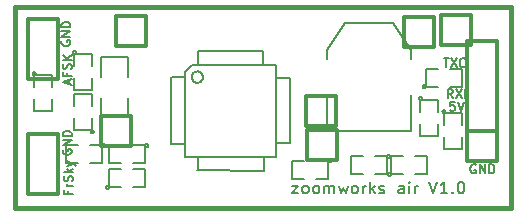
<source format=gto>
G04 (created by PCBNEW-RS274X (2011-05-25)-stable) date Thu 12 Dec 2013 15:20:29 GMT*
G01*
G70*
G90*
%MOIN*%
G04 Gerber Fmt 3.4, Leading zero omitted, Abs format*
%FSLAX34Y34*%
G04 APERTURE LIST*
%ADD10C,0.006000*%
%ADD11C,0.015000*%
%ADD12C,0.007500*%
%ADD13C,0.005000*%
%ADD14C,0.012500*%
%ADD15C,0.012000*%
%ADD16C,0.008000*%
G04 APERTURE END LIST*
G54D10*
G54D11*
X49016Y-40354D02*
X49016Y-33661D01*
X65551Y-40354D02*
X49016Y-40354D01*
X65551Y-33661D02*
X65551Y-40354D01*
X49016Y-33661D02*
X65551Y-33661D01*
G54D12*
X58263Y-39621D02*
X58470Y-39621D01*
X58263Y-39883D01*
X58470Y-39883D01*
X58676Y-39883D02*
X58639Y-39865D01*
X58620Y-39846D01*
X58601Y-39808D01*
X58601Y-39696D01*
X58620Y-39658D01*
X58639Y-39640D01*
X58676Y-39621D01*
X58732Y-39621D01*
X58770Y-39640D01*
X58789Y-39658D01*
X58807Y-39696D01*
X58807Y-39808D01*
X58789Y-39846D01*
X58770Y-39865D01*
X58732Y-39883D01*
X58676Y-39883D01*
X59032Y-39883D02*
X58995Y-39865D01*
X58976Y-39846D01*
X58957Y-39808D01*
X58957Y-39696D01*
X58976Y-39658D01*
X58995Y-39640D01*
X59032Y-39621D01*
X59088Y-39621D01*
X59126Y-39640D01*
X59145Y-39658D01*
X59163Y-39696D01*
X59163Y-39808D01*
X59145Y-39846D01*
X59126Y-39865D01*
X59088Y-39883D01*
X59032Y-39883D01*
X59332Y-39883D02*
X59332Y-39621D01*
X59332Y-39658D02*
X59351Y-39640D01*
X59388Y-39621D01*
X59444Y-39621D01*
X59482Y-39640D01*
X59501Y-39677D01*
X59501Y-39883D01*
X59501Y-39677D02*
X59519Y-39640D01*
X59557Y-39621D01*
X59613Y-39621D01*
X59651Y-39640D01*
X59670Y-39677D01*
X59670Y-39883D01*
X59819Y-39621D02*
X59894Y-39883D01*
X59969Y-39696D01*
X60044Y-39883D01*
X60119Y-39621D01*
X60326Y-39883D02*
X60289Y-39865D01*
X60270Y-39846D01*
X60251Y-39808D01*
X60251Y-39696D01*
X60270Y-39658D01*
X60289Y-39640D01*
X60326Y-39621D01*
X60382Y-39621D01*
X60420Y-39640D01*
X60439Y-39658D01*
X60457Y-39696D01*
X60457Y-39808D01*
X60439Y-39846D01*
X60420Y-39865D01*
X60382Y-39883D01*
X60326Y-39883D01*
X60626Y-39883D02*
X60626Y-39621D01*
X60626Y-39696D02*
X60645Y-39658D01*
X60663Y-39640D01*
X60701Y-39621D01*
X60738Y-39621D01*
X60870Y-39883D02*
X60870Y-39489D01*
X60907Y-39733D02*
X61020Y-39883D01*
X61020Y-39621D02*
X60870Y-39771D01*
X61170Y-39865D02*
X61208Y-39883D01*
X61283Y-39883D01*
X61320Y-39865D01*
X61339Y-39827D01*
X61339Y-39808D01*
X61320Y-39771D01*
X61283Y-39752D01*
X61226Y-39752D01*
X61189Y-39733D01*
X61170Y-39696D01*
X61170Y-39677D01*
X61189Y-39640D01*
X61226Y-39621D01*
X61283Y-39621D01*
X61320Y-39640D01*
X61977Y-39883D02*
X61977Y-39677D01*
X61958Y-39640D01*
X61920Y-39621D01*
X61845Y-39621D01*
X61808Y-39640D01*
X61977Y-39865D02*
X61939Y-39883D01*
X61845Y-39883D01*
X61808Y-39865D01*
X61789Y-39827D01*
X61789Y-39790D01*
X61808Y-39752D01*
X61845Y-39733D01*
X61939Y-39733D01*
X61977Y-39715D01*
X62164Y-39883D02*
X62164Y-39621D01*
X62164Y-39489D02*
X62145Y-39508D01*
X62164Y-39527D01*
X62183Y-39508D01*
X62164Y-39489D01*
X62164Y-39527D01*
X62352Y-39883D02*
X62352Y-39621D01*
X62352Y-39696D02*
X62371Y-39658D01*
X62389Y-39640D01*
X62427Y-39621D01*
X62464Y-39621D01*
X62840Y-39489D02*
X62971Y-39883D01*
X63102Y-39489D01*
X63440Y-39883D02*
X63215Y-39883D01*
X63328Y-39883D02*
X63328Y-39489D01*
X63290Y-39546D01*
X63253Y-39583D01*
X63215Y-39602D01*
X63609Y-39846D02*
X63628Y-39865D01*
X63609Y-39883D01*
X63590Y-39865D01*
X63609Y-39846D01*
X63609Y-39883D01*
X63872Y-39489D02*
X63909Y-39489D01*
X63947Y-39508D01*
X63966Y-39527D01*
X63984Y-39565D01*
X64003Y-39640D01*
X64003Y-39733D01*
X63984Y-39808D01*
X63966Y-39846D01*
X63947Y-39865D01*
X63909Y-39883D01*
X63872Y-39883D01*
X63834Y-39865D01*
X63816Y-39846D01*
X63797Y-39808D01*
X63778Y-39733D01*
X63778Y-39640D01*
X63797Y-39565D01*
X63816Y-39527D01*
X63834Y-39508D01*
X63872Y-39489D01*
X63683Y-36829D02*
X63540Y-36829D01*
X63526Y-36972D01*
X63540Y-36958D01*
X63569Y-36944D01*
X63640Y-36944D01*
X63669Y-36958D01*
X63683Y-36972D01*
X63698Y-37001D01*
X63698Y-37072D01*
X63683Y-37101D01*
X63669Y-37115D01*
X63640Y-37129D01*
X63569Y-37129D01*
X63540Y-37115D01*
X63526Y-37101D01*
X63784Y-36829D02*
X63884Y-37129D01*
X63984Y-36829D01*
X63619Y-36696D02*
X63519Y-36554D01*
X63447Y-36696D02*
X63447Y-36396D01*
X63562Y-36396D01*
X63590Y-36411D01*
X63605Y-36425D01*
X63619Y-36454D01*
X63619Y-36496D01*
X63605Y-36525D01*
X63590Y-36539D01*
X63562Y-36554D01*
X63447Y-36554D01*
X63719Y-36396D02*
X63919Y-36696D01*
X63919Y-36396D02*
X63719Y-36696D01*
X64033Y-36696D02*
X64033Y-36396D01*
X63316Y-35372D02*
X63487Y-35372D01*
X63401Y-35672D02*
X63401Y-35372D01*
X63559Y-35372D02*
X63759Y-35672D01*
X63759Y-35372D02*
X63559Y-35672D01*
X63931Y-35372D02*
X63988Y-35372D01*
X64016Y-35387D01*
X64045Y-35415D01*
X64059Y-35472D01*
X64059Y-35572D01*
X64045Y-35630D01*
X64016Y-35658D01*
X63988Y-35672D01*
X63931Y-35672D01*
X63902Y-35658D01*
X63873Y-35630D01*
X63859Y-35572D01*
X63859Y-35472D01*
X63873Y-35415D01*
X63902Y-35387D01*
X63931Y-35372D01*
X50791Y-39799D02*
X50791Y-39899D01*
X50948Y-39899D02*
X50648Y-39899D01*
X50648Y-39756D01*
X50948Y-39642D02*
X50748Y-39642D01*
X50806Y-39642D02*
X50777Y-39627D01*
X50763Y-39613D01*
X50748Y-39584D01*
X50748Y-39556D01*
X50934Y-39470D02*
X50948Y-39427D01*
X50948Y-39356D01*
X50934Y-39327D01*
X50920Y-39313D01*
X50891Y-39298D01*
X50863Y-39298D01*
X50834Y-39313D01*
X50820Y-39327D01*
X50806Y-39356D01*
X50791Y-39413D01*
X50777Y-39441D01*
X50763Y-39456D01*
X50734Y-39470D01*
X50706Y-39470D01*
X50677Y-39456D01*
X50663Y-39441D01*
X50648Y-39413D01*
X50648Y-39341D01*
X50663Y-39298D01*
X50948Y-39170D02*
X50648Y-39170D01*
X50834Y-39141D02*
X50948Y-39055D01*
X50748Y-39055D02*
X50863Y-39170D01*
X50748Y-38955D02*
X50948Y-38884D01*
X50748Y-38812D02*
X50948Y-38884D01*
X51020Y-38912D01*
X51034Y-38927D01*
X51048Y-38955D01*
X50823Y-36241D02*
X50823Y-36098D01*
X50908Y-36269D02*
X50608Y-36169D01*
X50908Y-36069D01*
X50751Y-35870D02*
X50751Y-35970D01*
X50908Y-35970D02*
X50608Y-35970D01*
X50608Y-35827D01*
X50894Y-35727D02*
X50908Y-35684D01*
X50908Y-35613D01*
X50894Y-35584D01*
X50880Y-35570D01*
X50851Y-35555D01*
X50823Y-35555D01*
X50794Y-35570D01*
X50780Y-35584D01*
X50766Y-35613D01*
X50751Y-35670D01*
X50737Y-35698D01*
X50723Y-35713D01*
X50694Y-35727D01*
X50666Y-35727D01*
X50637Y-35713D01*
X50623Y-35698D01*
X50608Y-35670D01*
X50608Y-35598D01*
X50623Y-35555D01*
X50908Y-35427D02*
X50608Y-35427D01*
X50908Y-35255D02*
X50737Y-35384D01*
X50608Y-35255D02*
X50780Y-35427D01*
X50623Y-38417D02*
X50608Y-38446D01*
X50608Y-38489D01*
X50623Y-38532D01*
X50651Y-38560D01*
X50680Y-38575D01*
X50737Y-38589D01*
X50780Y-38589D01*
X50837Y-38575D01*
X50866Y-38560D01*
X50894Y-38532D01*
X50908Y-38489D01*
X50908Y-38460D01*
X50894Y-38417D01*
X50880Y-38403D01*
X50780Y-38403D01*
X50780Y-38460D01*
X50908Y-38275D02*
X50608Y-38275D01*
X50908Y-38103D01*
X50608Y-38103D01*
X50908Y-37961D02*
X50608Y-37961D01*
X50608Y-37889D01*
X50623Y-37846D01*
X50651Y-37818D01*
X50680Y-37803D01*
X50737Y-37789D01*
X50780Y-37789D01*
X50837Y-37803D01*
X50866Y-37818D01*
X50894Y-37846D01*
X50908Y-37889D01*
X50908Y-37961D01*
X50584Y-34795D02*
X50569Y-34824D01*
X50569Y-34867D01*
X50584Y-34910D01*
X50612Y-34938D01*
X50641Y-34953D01*
X50698Y-34967D01*
X50741Y-34967D01*
X50798Y-34953D01*
X50827Y-34938D01*
X50855Y-34910D01*
X50869Y-34867D01*
X50869Y-34838D01*
X50855Y-34795D01*
X50841Y-34781D01*
X50741Y-34781D01*
X50741Y-34838D01*
X50869Y-34653D02*
X50569Y-34653D01*
X50869Y-34481D01*
X50569Y-34481D01*
X50869Y-34339D02*
X50569Y-34339D01*
X50569Y-34267D01*
X50584Y-34224D01*
X50612Y-34196D01*
X50641Y-34181D01*
X50698Y-34167D01*
X50741Y-34167D01*
X50798Y-34181D01*
X50827Y-34196D01*
X50855Y-34224D01*
X50869Y-34267D01*
X50869Y-34339D01*
X64378Y-38930D02*
X64349Y-38915D01*
X64306Y-38915D01*
X64263Y-38930D01*
X64235Y-38958D01*
X64220Y-38987D01*
X64206Y-39044D01*
X64206Y-39087D01*
X64220Y-39144D01*
X64235Y-39173D01*
X64263Y-39201D01*
X64306Y-39215D01*
X64335Y-39215D01*
X64378Y-39201D01*
X64392Y-39187D01*
X64392Y-39087D01*
X64335Y-39087D01*
X64520Y-39215D02*
X64520Y-38915D01*
X64692Y-39215D01*
X64692Y-38915D01*
X64834Y-39215D02*
X64834Y-38915D01*
X64906Y-38915D01*
X64949Y-38930D01*
X64977Y-38958D01*
X64992Y-38987D01*
X65006Y-39044D01*
X65006Y-39087D01*
X64992Y-39144D01*
X64977Y-39173D01*
X64949Y-39201D01*
X64906Y-39215D01*
X64834Y-39215D01*
G54D10*
X58200Y-38216D02*
X57750Y-38216D01*
X58200Y-36036D02*
X57760Y-36036D01*
X58200Y-38216D02*
X58200Y-36036D01*
X57320Y-38686D02*
X57320Y-39116D01*
X55110Y-38696D02*
X55110Y-39116D01*
X55100Y-39116D02*
X57320Y-39126D01*
X55120Y-35146D02*
X57290Y-35136D01*
X54690Y-35836D02*
X54690Y-38666D01*
X57300Y-35146D02*
X57300Y-35556D01*
X54940Y-35596D02*
X57720Y-35596D01*
X57740Y-38676D02*
X57740Y-35636D01*
X54690Y-38676D02*
X57690Y-38676D01*
X54240Y-36006D02*
X54240Y-38226D01*
X54240Y-38226D02*
X54690Y-38226D01*
X54694Y-35826D02*
X54924Y-35596D01*
X54242Y-36006D02*
X54694Y-36006D01*
X55120Y-35596D02*
X55120Y-35144D01*
X55290Y-36000D02*
X55286Y-36036D01*
X55275Y-36071D01*
X55258Y-36104D01*
X55235Y-36132D01*
X55207Y-36155D01*
X55174Y-36173D01*
X55139Y-36184D01*
X55103Y-36187D01*
X55067Y-36184D01*
X55032Y-36174D01*
X55000Y-36157D01*
X54971Y-36134D01*
X54947Y-36106D01*
X54930Y-36074D01*
X54919Y-36039D01*
X54915Y-36002D01*
X54918Y-35967D01*
X54928Y-35931D01*
X54944Y-35899D01*
X54967Y-35870D01*
X54995Y-35846D01*
X55027Y-35828D01*
X55062Y-35817D01*
X55099Y-35813D01*
X55134Y-35815D01*
X55169Y-35825D01*
X55202Y-35842D01*
X55231Y-35864D01*
X55255Y-35892D01*
X55273Y-35924D01*
X55285Y-35959D01*
X55289Y-35995D01*
X55290Y-36000D01*
G54D13*
X51896Y-37343D02*
X52796Y-37343D01*
X52796Y-37343D02*
X52796Y-36693D01*
X51896Y-35993D02*
X51896Y-35343D01*
X51896Y-35343D02*
X52796Y-35343D01*
X52796Y-35343D02*
X52796Y-35993D01*
X51896Y-36693D02*
X51896Y-37343D01*
X61527Y-38637D02*
X61526Y-38646D01*
X61523Y-38656D01*
X61518Y-38664D01*
X61512Y-38672D01*
X61504Y-38678D01*
X61496Y-38683D01*
X61487Y-38685D01*
X61477Y-38686D01*
X61468Y-38686D01*
X61459Y-38683D01*
X61450Y-38678D01*
X61443Y-38672D01*
X61436Y-38665D01*
X61432Y-38656D01*
X61429Y-38647D01*
X61428Y-38637D01*
X61428Y-38628D01*
X61431Y-38619D01*
X61435Y-38610D01*
X61442Y-38603D01*
X61449Y-38596D01*
X61457Y-38592D01*
X61467Y-38589D01*
X61476Y-38588D01*
X61485Y-38588D01*
X61495Y-38591D01*
X61503Y-38595D01*
X61511Y-38601D01*
X61517Y-38609D01*
X61522Y-38617D01*
X61525Y-38626D01*
X61526Y-38636D01*
X61527Y-38637D01*
X61027Y-38637D02*
X61427Y-38637D01*
X61427Y-38637D02*
X61427Y-39237D01*
X61427Y-39237D02*
X61027Y-39237D01*
X60627Y-39237D02*
X60227Y-39237D01*
X60227Y-39237D02*
X60227Y-38637D01*
X60227Y-38637D02*
X60627Y-38637D01*
X62707Y-36324D02*
X62706Y-36333D01*
X62703Y-36343D01*
X62698Y-36351D01*
X62692Y-36359D01*
X62684Y-36365D01*
X62676Y-36370D01*
X62667Y-36372D01*
X62657Y-36373D01*
X62648Y-36373D01*
X62639Y-36370D01*
X62630Y-36365D01*
X62623Y-36359D01*
X62616Y-36352D01*
X62612Y-36343D01*
X62609Y-36334D01*
X62608Y-36324D01*
X62608Y-36315D01*
X62611Y-36306D01*
X62615Y-36297D01*
X62622Y-36290D01*
X62629Y-36283D01*
X62637Y-36279D01*
X62647Y-36276D01*
X62656Y-36275D01*
X62665Y-36275D01*
X62675Y-36278D01*
X62683Y-36282D01*
X62691Y-36288D01*
X62697Y-36296D01*
X62702Y-36304D01*
X62705Y-36313D01*
X62706Y-36323D01*
X62707Y-36324D01*
X63107Y-36324D02*
X62707Y-36324D01*
X62707Y-36324D02*
X62707Y-35724D01*
X62707Y-35724D02*
X63107Y-35724D01*
X63507Y-35724D02*
X63907Y-35724D01*
X63907Y-35724D02*
X63907Y-36324D01*
X63907Y-36324D02*
X63507Y-36324D01*
X53456Y-38283D02*
X53455Y-38292D01*
X53452Y-38302D01*
X53447Y-38310D01*
X53441Y-38318D01*
X53433Y-38324D01*
X53425Y-38329D01*
X53416Y-38331D01*
X53406Y-38332D01*
X53397Y-38332D01*
X53388Y-38329D01*
X53379Y-38324D01*
X53372Y-38318D01*
X53365Y-38311D01*
X53361Y-38302D01*
X53358Y-38293D01*
X53357Y-38283D01*
X53357Y-38274D01*
X53360Y-38265D01*
X53364Y-38256D01*
X53371Y-38249D01*
X53378Y-38242D01*
X53386Y-38238D01*
X53396Y-38235D01*
X53405Y-38234D01*
X53414Y-38234D01*
X53424Y-38237D01*
X53432Y-38241D01*
X53440Y-38247D01*
X53446Y-38255D01*
X53451Y-38263D01*
X53454Y-38272D01*
X53455Y-38282D01*
X53456Y-38283D01*
X52956Y-38283D02*
X53356Y-38283D01*
X53356Y-38283D02*
X53356Y-38883D01*
X53356Y-38883D02*
X52956Y-38883D01*
X52556Y-38883D02*
X52156Y-38883D01*
X52156Y-38883D02*
X52156Y-38283D01*
X52156Y-38283D02*
X52556Y-38283D01*
X62584Y-36712D02*
X62583Y-36721D01*
X62580Y-36731D01*
X62575Y-36739D01*
X62569Y-36747D01*
X62561Y-36753D01*
X62553Y-36758D01*
X62544Y-36760D01*
X62534Y-36761D01*
X62525Y-36761D01*
X62516Y-36758D01*
X62507Y-36753D01*
X62500Y-36747D01*
X62493Y-36740D01*
X62489Y-36731D01*
X62486Y-36722D01*
X62485Y-36712D01*
X62485Y-36703D01*
X62488Y-36694D01*
X62492Y-36685D01*
X62499Y-36678D01*
X62506Y-36671D01*
X62514Y-36667D01*
X62524Y-36664D01*
X62533Y-36663D01*
X62542Y-36663D01*
X62552Y-36666D01*
X62560Y-36670D01*
X62568Y-36676D01*
X62574Y-36684D01*
X62579Y-36692D01*
X62582Y-36701D01*
X62583Y-36711D01*
X62584Y-36712D01*
X62534Y-37162D02*
X62534Y-36762D01*
X62534Y-36762D02*
X63134Y-36762D01*
X63134Y-36762D02*
X63134Y-37162D01*
X63134Y-37562D02*
X63134Y-37962D01*
X63134Y-37962D02*
X62534Y-37962D01*
X62534Y-37962D02*
X62534Y-37562D01*
X49711Y-35885D02*
X49710Y-35894D01*
X49707Y-35904D01*
X49702Y-35912D01*
X49696Y-35920D01*
X49688Y-35926D01*
X49680Y-35931D01*
X49671Y-35933D01*
X49661Y-35934D01*
X49652Y-35934D01*
X49643Y-35931D01*
X49634Y-35926D01*
X49627Y-35920D01*
X49620Y-35913D01*
X49616Y-35904D01*
X49613Y-35895D01*
X49612Y-35885D01*
X49612Y-35876D01*
X49615Y-35867D01*
X49619Y-35858D01*
X49626Y-35851D01*
X49633Y-35844D01*
X49641Y-35840D01*
X49651Y-35837D01*
X49660Y-35836D01*
X49669Y-35836D01*
X49679Y-35839D01*
X49687Y-35843D01*
X49695Y-35849D01*
X49701Y-35857D01*
X49706Y-35865D01*
X49709Y-35874D01*
X49710Y-35884D01*
X49711Y-35885D01*
X49661Y-36335D02*
X49661Y-35935D01*
X49661Y-35935D02*
X50261Y-35935D01*
X50261Y-35935D02*
X50261Y-36335D01*
X50261Y-36735D02*
X50261Y-37135D01*
X50261Y-37135D02*
X49661Y-37135D01*
X49661Y-37135D02*
X49661Y-36735D01*
X52156Y-39670D02*
X52155Y-39679D01*
X52152Y-39689D01*
X52147Y-39697D01*
X52141Y-39705D01*
X52133Y-39711D01*
X52125Y-39716D01*
X52116Y-39718D01*
X52106Y-39719D01*
X52097Y-39719D01*
X52088Y-39716D01*
X52079Y-39711D01*
X52072Y-39705D01*
X52065Y-39698D01*
X52061Y-39689D01*
X52058Y-39680D01*
X52057Y-39670D01*
X52057Y-39661D01*
X52060Y-39652D01*
X52064Y-39643D01*
X52071Y-39636D01*
X52078Y-39629D01*
X52086Y-39625D01*
X52096Y-39622D01*
X52105Y-39621D01*
X52114Y-39621D01*
X52124Y-39624D01*
X52132Y-39628D01*
X52140Y-39634D01*
X52146Y-39642D01*
X52151Y-39650D01*
X52154Y-39659D01*
X52155Y-39669D01*
X52156Y-39670D01*
X52556Y-39670D02*
X52156Y-39670D01*
X52156Y-39670D02*
X52156Y-39070D01*
X52156Y-39070D02*
X52556Y-39070D01*
X52956Y-39070D02*
X53356Y-39070D01*
X53356Y-39070D02*
X53356Y-39670D01*
X53356Y-39670D02*
X52956Y-39670D01*
X52039Y-38283D02*
X52038Y-38292D01*
X52035Y-38302D01*
X52030Y-38310D01*
X52024Y-38318D01*
X52016Y-38324D01*
X52008Y-38329D01*
X51999Y-38331D01*
X51989Y-38332D01*
X51980Y-38332D01*
X51971Y-38329D01*
X51962Y-38324D01*
X51955Y-38318D01*
X51948Y-38311D01*
X51944Y-38302D01*
X51941Y-38293D01*
X51940Y-38283D01*
X51940Y-38274D01*
X51943Y-38265D01*
X51947Y-38256D01*
X51954Y-38249D01*
X51961Y-38242D01*
X51969Y-38238D01*
X51979Y-38235D01*
X51988Y-38234D01*
X51997Y-38234D01*
X52007Y-38237D01*
X52015Y-38241D01*
X52023Y-38247D01*
X52029Y-38255D01*
X52034Y-38263D01*
X52037Y-38272D01*
X52038Y-38282D01*
X52039Y-38283D01*
X51539Y-38283D02*
X51939Y-38283D01*
X51939Y-38283D02*
X51939Y-38883D01*
X51939Y-38883D02*
X51539Y-38883D01*
X51139Y-38883D02*
X50739Y-38883D01*
X50739Y-38883D02*
X50739Y-38283D01*
X50739Y-38283D02*
X51139Y-38283D01*
X51649Y-37815D02*
X51648Y-37824D01*
X51645Y-37834D01*
X51640Y-37842D01*
X51634Y-37850D01*
X51626Y-37856D01*
X51618Y-37861D01*
X51609Y-37863D01*
X51599Y-37864D01*
X51590Y-37864D01*
X51581Y-37861D01*
X51572Y-37856D01*
X51565Y-37850D01*
X51558Y-37843D01*
X51554Y-37834D01*
X51551Y-37825D01*
X51550Y-37815D01*
X51550Y-37806D01*
X51553Y-37797D01*
X51557Y-37788D01*
X51564Y-37781D01*
X51571Y-37774D01*
X51579Y-37770D01*
X51589Y-37767D01*
X51598Y-37766D01*
X51607Y-37766D01*
X51617Y-37769D01*
X51625Y-37773D01*
X51633Y-37779D01*
X51639Y-37787D01*
X51644Y-37795D01*
X51647Y-37804D01*
X51648Y-37814D01*
X51649Y-37815D01*
X51599Y-37365D02*
X51599Y-37765D01*
X51599Y-37765D02*
X50999Y-37765D01*
X50999Y-37765D02*
X50999Y-37365D01*
X50999Y-36965D02*
X50999Y-36565D01*
X50999Y-36565D02*
X51599Y-36565D01*
X51599Y-36565D02*
X51599Y-36965D01*
X51049Y-35177D02*
X51048Y-35186D01*
X51045Y-35196D01*
X51040Y-35204D01*
X51034Y-35212D01*
X51026Y-35218D01*
X51018Y-35223D01*
X51009Y-35225D01*
X50999Y-35226D01*
X50990Y-35226D01*
X50981Y-35223D01*
X50972Y-35218D01*
X50965Y-35212D01*
X50958Y-35205D01*
X50954Y-35196D01*
X50951Y-35187D01*
X50950Y-35177D01*
X50950Y-35168D01*
X50953Y-35159D01*
X50957Y-35150D01*
X50964Y-35143D01*
X50971Y-35136D01*
X50979Y-35132D01*
X50989Y-35129D01*
X50998Y-35128D01*
X51007Y-35128D01*
X51017Y-35131D01*
X51025Y-35135D01*
X51033Y-35141D01*
X51039Y-35149D01*
X51044Y-35157D01*
X51047Y-35166D01*
X51048Y-35176D01*
X51049Y-35177D01*
X50999Y-35627D02*
X50999Y-35227D01*
X50999Y-35227D02*
X51599Y-35227D01*
X51599Y-35227D02*
X51599Y-35627D01*
X51599Y-36027D02*
X51599Y-36427D01*
X51599Y-36427D02*
X50999Y-36427D01*
X50999Y-36427D02*
X50999Y-36027D01*
X63372Y-37145D02*
X63371Y-37154D01*
X63368Y-37164D01*
X63363Y-37172D01*
X63357Y-37180D01*
X63349Y-37186D01*
X63341Y-37191D01*
X63332Y-37193D01*
X63322Y-37194D01*
X63313Y-37194D01*
X63304Y-37191D01*
X63295Y-37186D01*
X63288Y-37180D01*
X63281Y-37173D01*
X63277Y-37164D01*
X63274Y-37155D01*
X63273Y-37145D01*
X63273Y-37136D01*
X63276Y-37127D01*
X63280Y-37118D01*
X63287Y-37111D01*
X63294Y-37104D01*
X63302Y-37100D01*
X63312Y-37097D01*
X63321Y-37096D01*
X63330Y-37096D01*
X63340Y-37099D01*
X63348Y-37103D01*
X63356Y-37109D01*
X63362Y-37117D01*
X63367Y-37125D01*
X63370Y-37134D01*
X63371Y-37144D01*
X63372Y-37145D01*
X63322Y-37595D02*
X63322Y-37195D01*
X63322Y-37195D02*
X63922Y-37195D01*
X63922Y-37195D02*
X63922Y-37595D01*
X63922Y-37995D02*
X63922Y-38395D01*
X63922Y-38395D02*
X63322Y-38395D01*
X63322Y-38395D02*
X63322Y-37995D01*
X59558Y-38794D02*
X59557Y-38803D01*
X59554Y-38813D01*
X59549Y-38821D01*
X59543Y-38829D01*
X59535Y-38835D01*
X59527Y-38840D01*
X59518Y-38842D01*
X59508Y-38843D01*
X59499Y-38843D01*
X59490Y-38840D01*
X59481Y-38835D01*
X59474Y-38829D01*
X59467Y-38822D01*
X59463Y-38813D01*
X59460Y-38804D01*
X59459Y-38794D01*
X59459Y-38785D01*
X59462Y-38776D01*
X59466Y-38767D01*
X59473Y-38760D01*
X59480Y-38753D01*
X59488Y-38749D01*
X59498Y-38746D01*
X59507Y-38745D01*
X59516Y-38745D01*
X59526Y-38748D01*
X59534Y-38752D01*
X59542Y-38758D01*
X59548Y-38766D01*
X59553Y-38774D01*
X59556Y-38783D01*
X59557Y-38793D01*
X59558Y-38794D01*
X59058Y-38794D02*
X59458Y-38794D01*
X59458Y-38794D02*
X59458Y-39394D01*
X59458Y-39394D02*
X59058Y-39394D01*
X58658Y-39394D02*
X58258Y-39394D01*
X58258Y-39394D02*
X58258Y-38794D01*
X58258Y-38794D02*
X58658Y-38794D01*
X61565Y-39237D02*
X61564Y-39246D01*
X61561Y-39256D01*
X61556Y-39264D01*
X61550Y-39272D01*
X61542Y-39278D01*
X61534Y-39283D01*
X61525Y-39285D01*
X61515Y-39286D01*
X61506Y-39286D01*
X61497Y-39283D01*
X61488Y-39278D01*
X61481Y-39272D01*
X61474Y-39265D01*
X61470Y-39256D01*
X61467Y-39247D01*
X61466Y-39237D01*
X61466Y-39228D01*
X61469Y-39219D01*
X61473Y-39210D01*
X61480Y-39203D01*
X61487Y-39196D01*
X61495Y-39192D01*
X61505Y-39189D01*
X61514Y-39188D01*
X61523Y-39188D01*
X61533Y-39191D01*
X61541Y-39195D01*
X61549Y-39201D01*
X61555Y-39209D01*
X61560Y-39217D01*
X61563Y-39226D01*
X61564Y-39236D01*
X61565Y-39237D01*
X61965Y-39237D02*
X61565Y-39237D01*
X61565Y-39237D02*
X61565Y-38637D01*
X61565Y-38637D02*
X61965Y-38637D01*
X62365Y-38637D02*
X62765Y-38637D01*
X62765Y-38637D02*
X62765Y-39237D01*
X62765Y-39237D02*
X62365Y-39237D01*
G54D14*
X51902Y-38295D02*
X52902Y-38295D01*
X51902Y-37295D02*
X52902Y-37295D01*
G54D15*
X51902Y-38295D02*
X51902Y-37295D01*
X52902Y-37295D02*
X52902Y-38295D01*
G54D14*
X63240Y-34949D02*
X64240Y-34949D01*
X63240Y-33949D02*
X64240Y-33949D01*
G54D15*
X63240Y-34949D02*
X63240Y-33949D01*
X64240Y-33949D02*
X64240Y-34949D01*
G54D14*
X61980Y-34988D02*
X62980Y-34988D01*
X61980Y-33988D02*
X62980Y-33988D01*
G54D15*
X61980Y-34988D02*
X61980Y-33988D01*
X62980Y-33988D02*
X62980Y-34988D01*
G54D14*
X58760Y-38756D02*
X59760Y-38756D01*
X58760Y-37756D02*
X59760Y-37756D01*
G54D15*
X58760Y-38756D02*
X58760Y-37756D01*
X59760Y-37756D02*
X59760Y-38756D01*
G54D14*
X52398Y-34961D02*
X53398Y-34961D01*
X52398Y-33961D02*
X53398Y-33961D01*
G54D15*
X52398Y-34961D02*
X52398Y-33961D01*
X53398Y-33961D02*
X53398Y-34961D01*
G54D16*
X59427Y-36584D02*
X59427Y-37784D01*
X59427Y-37784D02*
X62227Y-37784D01*
X62227Y-37784D02*
X62227Y-36584D01*
X59427Y-35384D02*
X59427Y-35084D01*
X59427Y-35084D02*
X60027Y-34184D01*
X60027Y-34184D02*
X61627Y-34184D01*
X61627Y-34184D02*
X62227Y-35084D01*
X62227Y-35084D02*
X62227Y-35384D01*
G54D15*
X64106Y-38811D02*
X64106Y-38811D01*
X65106Y-38811D02*
X64106Y-38811D01*
X64106Y-38811D02*
X64106Y-38811D01*
X64106Y-38811D02*
X64106Y-34811D01*
X64106Y-34811D02*
X65106Y-34811D01*
X65106Y-34811D02*
X65106Y-38811D01*
X65106Y-37811D02*
X64106Y-37811D01*
X49461Y-34079D02*
X50461Y-34079D01*
X50461Y-34079D02*
X50461Y-36079D01*
X50461Y-36079D02*
X49461Y-36079D01*
X49461Y-36079D02*
X49461Y-34079D01*
X49461Y-37898D02*
X50461Y-37898D01*
X50461Y-37898D02*
X50461Y-39898D01*
X50461Y-39898D02*
X49461Y-39898D01*
X49461Y-39898D02*
X49461Y-37898D01*
G54D14*
X58713Y-37626D02*
X59713Y-37626D01*
X58713Y-36626D02*
X59713Y-36626D01*
G54D15*
X58713Y-37626D02*
X58713Y-36626D01*
X59713Y-36626D02*
X59713Y-37626D01*
M02*

</source>
